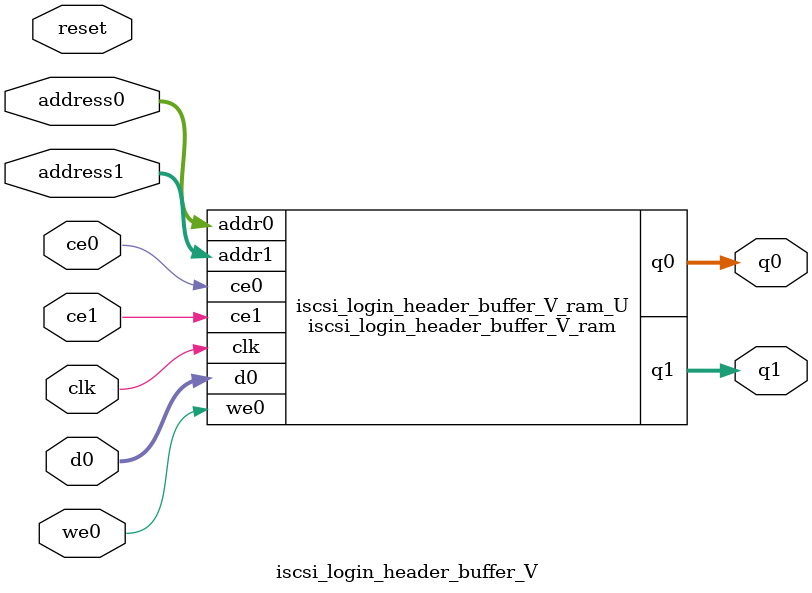
<source format=v>
`timescale 1 ns / 1 ps
module iscsi_login_header_buffer_V_ram (addr0, ce0, d0, we0, q0, addr1, ce1, q1,  clk);

parameter DWIDTH = 8;
parameter AWIDTH = 6;
parameter MEM_SIZE = 48;

input[AWIDTH-1:0] addr0;
input ce0;
input[DWIDTH-1:0] d0;
input we0;
output reg[DWIDTH-1:0] q0;
input[AWIDTH-1:0] addr1;
input ce1;
output reg[DWIDTH-1:0] q1;
input clk;

(* ram_style = "distributed" *)reg [DWIDTH-1:0] ram[0:MEM_SIZE-1];




always @(posedge clk)  
begin 
    if (ce0) 
    begin
        if (we0) 
        begin 
            ram[addr0] <= d0; 
        end 
        q0 <= ram[addr0];
    end
end


always @(posedge clk)  
begin 
    if (ce1) 
    begin
        q1 <= ram[addr1];
    end
end


endmodule

`timescale 1 ns / 1 ps
module iscsi_login_header_buffer_V(
    reset,
    clk,
    address0,
    ce0,
    we0,
    d0,
    q0,
    address1,
    ce1,
    q1);

parameter DataWidth = 32'd8;
parameter AddressRange = 32'd48;
parameter AddressWidth = 32'd6;
input reset;
input clk;
input[AddressWidth - 1:0] address0;
input ce0;
input we0;
input[DataWidth - 1:0] d0;
output[DataWidth - 1:0] q0;
input[AddressWidth - 1:0] address1;
input ce1;
output[DataWidth - 1:0] q1;



iscsi_login_header_buffer_V_ram iscsi_login_header_buffer_V_ram_U(
    .clk( clk ),
    .addr0( address0 ),
    .ce0( ce0 ),
    .we0( we0 ),
    .d0( d0 ),
    .q0( q0 ),
    .addr1( address1 ),
    .ce1( ce1 ),
    .q1( q1 ));

endmodule


</source>
